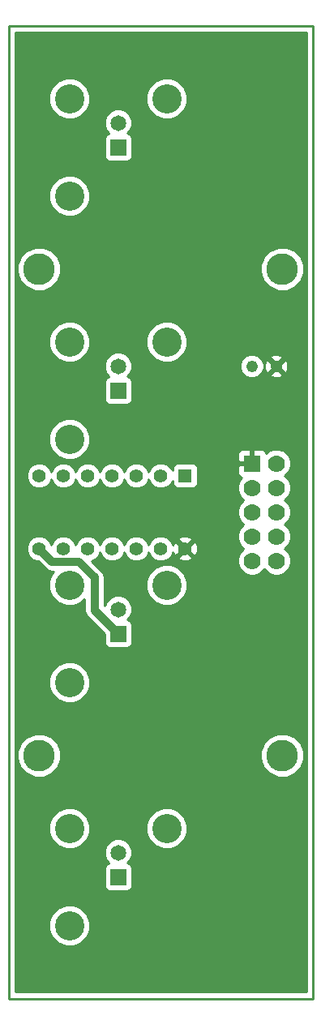
<source format=gtl>
G04 (created by PCBNEW-RS274X (20100406 SVN-R2509)-final) date Thu 17 Jun 2010 02:36:26 PM PDT*
G01*
G70*
G90*
%MOIN*%
G04 Gerber Fmt 3.4, Leading zero omitted, Abs format*
%FSLAX34Y34*%
G04 APERTURE LIST*
%ADD10C,0.001000*%
%ADD11C,0.009000*%
%ADD12C,0.120000*%
%ADD13R,0.065000X0.065000*%
%ADD14C,0.065000*%
%ADD15R,0.055000X0.055000*%
%ADD16C,0.055000*%
%ADD17C,0.049000*%
%ADD18R,0.070000X0.070000*%
%ADD19C,0.070000*%
%ADD20C,0.130000*%
%ADD21C,0.032000*%
%ADD22C,0.010000*%
G04 APERTURE END LIST*
G54D10*
G54D11*
X62750Y-22000D02*
X50250Y-22000D01*
X62750Y-62000D02*
X62750Y-22000D01*
X50250Y-62000D02*
X62750Y-62000D01*
X50250Y-22000D02*
X50250Y-62000D01*
G54D12*
X52750Y-55000D03*
X52750Y-59000D03*
G54D13*
X54750Y-57000D03*
G54D14*
X54750Y-56000D03*
G54D12*
X56750Y-55000D03*
X52750Y-45000D03*
X52750Y-49000D03*
G54D13*
X54750Y-47000D03*
G54D14*
X54750Y-46000D03*
G54D12*
X56750Y-45000D03*
X52750Y-35000D03*
X52750Y-39000D03*
G54D13*
X54750Y-37000D03*
G54D14*
X54750Y-36000D03*
G54D12*
X56750Y-35000D03*
X52750Y-25000D03*
X52750Y-29000D03*
G54D13*
X54750Y-27000D03*
G54D14*
X54750Y-26000D03*
G54D12*
X56750Y-25000D03*
G54D15*
X57500Y-40500D03*
G54D16*
X56500Y-40500D03*
X55500Y-40500D03*
X54500Y-40500D03*
X53500Y-40500D03*
X52500Y-40500D03*
X51500Y-40500D03*
X51500Y-43500D03*
X52500Y-43500D03*
X53500Y-43500D03*
X54500Y-43500D03*
X55500Y-43500D03*
X56500Y-43500D03*
X57500Y-43500D03*
G54D17*
X61250Y-36000D03*
X60250Y-36000D03*
G54D18*
X60250Y-40000D03*
G54D19*
X61250Y-40000D03*
X60250Y-41000D03*
X61250Y-41000D03*
X60250Y-42000D03*
X61250Y-42000D03*
X60250Y-43000D03*
X61250Y-43000D03*
X60250Y-44000D03*
X61250Y-44000D03*
G54D20*
X51500Y-32000D03*
X61500Y-32000D03*
X51500Y-52000D03*
X61500Y-52000D03*
G54D21*
X53782Y-46032D02*
X54750Y-47000D01*
X53782Y-44692D02*
X53782Y-46032D01*
X53129Y-44039D02*
X53782Y-44692D01*
X52039Y-44039D02*
X53129Y-44039D01*
X51500Y-43500D02*
X52039Y-44039D01*
G54D22*
X50525Y-22275D02*
X62475Y-22275D01*
X50525Y-22355D02*
X62475Y-22355D01*
X50525Y-22435D02*
X62475Y-22435D01*
X50525Y-22515D02*
X62475Y-22515D01*
X50525Y-22595D02*
X62475Y-22595D01*
X50525Y-22675D02*
X62475Y-22675D01*
X50525Y-22755D02*
X62475Y-22755D01*
X50525Y-22835D02*
X62475Y-22835D01*
X50525Y-22915D02*
X62475Y-22915D01*
X50525Y-22995D02*
X62475Y-22995D01*
X50525Y-23075D02*
X62475Y-23075D01*
X50525Y-23155D02*
X62475Y-23155D01*
X50525Y-23235D02*
X62475Y-23235D01*
X50525Y-23315D02*
X62475Y-23315D01*
X50525Y-23395D02*
X62475Y-23395D01*
X50525Y-23475D02*
X62475Y-23475D01*
X50525Y-23555D02*
X62475Y-23555D01*
X50525Y-23635D02*
X62475Y-23635D01*
X50525Y-23715D02*
X62475Y-23715D01*
X50525Y-23795D02*
X62475Y-23795D01*
X50525Y-23875D02*
X62475Y-23875D01*
X50525Y-23955D02*
X62475Y-23955D01*
X50525Y-24035D02*
X62475Y-24035D01*
X50525Y-24115D02*
X62475Y-24115D01*
X50525Y-24195D02*
X52474Y-24195D01*
X53028Y-24195D02*
X56474Y-24195D01*
X57028Y-24195D02*
X62475Y-24195D01*
X50525Y-24275D02*
X52280Y-24275D01*
X53220Y-24275D02*
X56280Y-24275D01*
X57220Y-24275D02*
X62475Y-24275D01*
X50525Y-24355D02*
X52194Y-24355D01*
X53307Y-24355D02*
X56194Y-24355D01*
X57307Y-24355D02*
X62475Y-24355D01*
X50525Y-24435D02*
X52114Y-24435D01*
X53387Y-24435D02*
X56114Y-24435D01*
X57387Y-24435D02*
X62475Y-24435D01*
X50525Y-24515D02*
X52034Y-24515D01*
X53467Y-24515D02*
X56034Y-24515D01*
X57467Y-24515D02*
X62475Y-24515D01*
X50525Y-24595D02*
X51998Y-24595D01*
X53503Y-24595D02*
X55998Y-24595D01*
X57503Y-24595D02*
X62475Y-24595D01*
X50525Y-24675D02*
X51965Y-24675D01*
X53536Y-24675D02*
X55965Y-24675D01*
X57536Y-24675D02*
X62475Y-24675D01*
X50525Y-24755D02*
X51932Y-24755D01*
X53569Y-24755D02*
X55932Y-24755D01*
X57569Y-24755D02*
X62475Y-24755D01*
X50525Y-24835D02*
X51900Y-24835D01*
X53600Y-24835D02*
X55900Y-24835D01*
X57600Y-24835D02*
X62475Y-24835D01*
X50525Y-24915D02*
X51900Y-24915D01*
X53600Y-24915D02*
X55900Y-24915D01*
X57600Y-24915D02*
X62475Y-24915D01*
X50525Y-24995D02*
X51900Y-24995D01*
X53600Y-24995D02*
X55900Y-24995D01*
X57600Y-24995D02*
X62475Y-24995D01*
X50525Y-25075D02*
X51900Y-25075D01*
X53600Y-25075D02*
X55900Y-25075D01*
X57600Y-25075D02*
X62475Y-25075D01*
X50525Y-25155D02*
X51900Y-25155D01*
X53600Y-25155D02*
X55900Y-25155D01*
X57600Y-25155D02*
X62475Y-25155D01*
X50525Y-25235D02*
X51927Y-25235D01*
X53572Y-25235D02*
X55927Y-25235D01*
X57572Y-25235D02*
X62475Y-25235D01*
X50525Y-25315D02*
X51960Y-25315D01*
X53539Y-25315D02*
X55960Y-25315D01*
X57539Y-25315D02*
X62475Y-25315D01*
X50525Y-25395D02*
X51993Y-25395D01*
X53506Y-25395D02*
X55993Y-25395D01*
X57506Y-25395D02*
X62475Y-25395D01*
X50525Y-25475D02*
X52026Y-25475D01*
X53472Y-25475D02*
X54515Y-25475D01*
X54985Y-25475D02*
X56026Y-25475D01*
X57472Y-25475D02*
X62475Y-25475D01*
X50525Y-25555D02*
X52103Y-25555D01*
X53396Y-25555D02*
X54382Y-25555D01*
X55118Y-25555D02*
X56103Y-25555D01*
X57396Y-25555D02*
X62475Y-25555D01*
X50525Y-25635D02*
X52183Y-25635D01*
X53316Y-25635D02*
X54302Y-25635D01*
X55198Y-25635D02*
X56183Y-25635D01*
X57316Y-25635D02*
X62475Y-25635D01*
X50525Y-25715D02*
X52263Y-25715D01*
X53236Y-25715D02*
X54246Y-25715D01*
X55255Y-25715D02*
X56263Y-25715D01*
X57236Y-25715D02*
X62475Y-25715D01*
X50525Y-25795D02*
X52448Y-25795D01*
X53051Y-25795D02*
X54213Y-25795D01*
X55288Y-25795D02*
X56448Y-25795D01*
X57051Y-25795D02*
X62475Y-25795D01*
X50525Y-25875D02*
X54180Y-25875D01*
X55321Y-25875D02*
X62475Y-25875D01*
X50525Y-25955D02*
X54175Y-25955D01*
X55325Y-25955D02*
X62475Y-25955D01*
X50525Y-26035D02*
X54175Y-26035D01*
X55325Y-26035D02*
X62475Y-26035D01*
X50525Y-26115D02*
X54175Y-26115D01*
X55325Y-26115D02*
X62475Y-26115D01*
X50525Y-26195D02*
X54208Y-26195D01*
X55291Y-26195D02*
X62475Y-26195D01*
X50525Y-26275D02*
X54241Y-26275D01*
X55258Y-26275D02*
X62475Y-26275D01*
X50525Y-26355D02*
X54292Y-26355D01*
X55207Y-26355D02*
X62475Y-26355D01*
X50525Y-26435D02*
X54352Y-26435D01*
X55148Y-26435D02*
X62475Y-26435D01*
X50525Y-26515D02*
X54233Y-26515D01*
X55267Y-26515D02*
X62475Y-26515D01*
X50525Y-26595D02*
X54189Y-26595D01*
X55312Y-26595D02*
X62475Y-26595D01*
X50525Y-26675D02*
X54176Y-26675D01*
X55324Y-26675D02*
X62475Y-26675D01*
X50525Y-26755D02*
X54176Y-26755D01*
X55324Y-26755D02*
X62475Y-26755D01*
X50525Y-26835D02*
X54176Y-26835D01*
X55324Y-26835D02*
X62475Y-26835D01*
X50525Y-26915D02*
X54176Y-26915D01*
X55324Y-26915D02*
X62475Y-26915D01*
X50525Y-26995D02*
X54176Y-26995D01*
X55324Y-26995D02*
X62475Y-26995D01*
X50525Y-27075D02*
X54176Y-27075D01*
X55324Y-27075D02*
X62475Y-27075D01*
X50525Y-27155D02*
X54176Y-27155D01*
X55324Y-27155D02*
X62475Y-27155D01*
X50525Y-27235D02*
X54176Y-27235D01*
X55324Y-27235D02*
X62475Y-27235D01*
X50525Y-27315D02*
X54176Y-27315D01*
X55324Y-27315D02*
X62475Y-27315D01*
X50525Y-27395D02*
X54184Y-27395D01*
X55315Y-27395D02*
X62475Y-27395D01*
X50525Y-27475D02*
X54223Y-27475D01*
X55277Y-27475D02*
X62475Y-27475D01*
X50525Y-27555D02*
X54329Y-27555D01*
X55170Y-27555D02*
X62475Y-27555D01*
X50525Y-27635D02*
X62475Y-27635D01*
X50525Y-27715D02*
X62475Y-27715D01*
X50525Y-27795D02*
X62475Y-27795D01*
X50525Y-27875D02*
X62475Y-27875D01*
X50525Y-27955D02*
X62475Y-27955D01*
X50525Y-28035D02*
X62475Y-28035D01*
X50525Y-28115D02*
X62475Y-28115D01*
X50525Y-28195D02*
X52472Y-28195D01*
X53028Y-28195D02*
X62475Y-28195D01*
X50525Y-28275D02*
X52280Y-28275D01*
X53220Y-28275D02*
X62475Y-28275D01*
X50525Y-28355D02*
X52194Y-28355D01*
X53307Y-28355D02*
X62475Y-28355D01*
X50525Y-28435D02*
X52114Y-28435D01*
X53387Y-28435D02*
X62475Y-28435D01*
X50525Y-28515D02*
X52034Y-28515D01*
X53467Y-28515D02*
X62475Y-28515D01*
X50525Y-28595D02*
X51998Y-28595D01*
X53503Y-28595D02*
X62475Y-28595D01*
X50525Y-28675D02*
X51965Y-28675D01*
X53536Y-28675D02*
X62475Y-28675D01*
X50525Y-28755D02*
X51932Y-28755D01*
X53569Y-28755D02*
X62475Y-28755D01*
X50525Y-28835D02*
X51900Y-28835D01*
X53600Y-28835D02*
X62475Y-28835D01*
X50525Y-28915D02*
X51900Y-28915D01*
X53600Y-28915D02*
X62475Y-28915D01*
X50525Y-28995D02*
X51900Y-28995D01*
X53600Y-28995D02*
X62475Y-28995D01*
X50525Y-29075D02*
X51900Y-29075D01*
X53600Y-29075D02*
X62475Y-29075D01*
X50525Y-29155D02*
X51900Y-29155D01*
X53600Y-29155D02*
X62475Y-29155D01*
X50525Y-29235D02*
X51927Y-29235D01*
X53572Y-29235D02*
X62475Y-29235D01*
X50525Y-29315D02*
X51960Y-29315D01*
X53539Y-29315D02*
X62475Y-29315D01*
X50525Y-29395D02*
X51993Y-29395D01*
X53506Y-29395D02*
X62475Y-29395D01*
X50525Y-29475D02*
X52026Y-29475D01*
X53472Y-29475D02*
X62475Y-29475D01*
X50525Y-29555D02*
X52103Y-29555D01*
X53396Y-29555D02*
X62475Y-29555D01*
X50525Y-29635D02*
X52183Y-29635D01*
X53316Y-29635D02*
X62475Y-29635D01*
X50525Y-29715D02*
X52263Y-29715D01*
X53236Y-29715D02*
X62475Y-29715D01*
X50525Y-29795D02*
X52448Y-29795D01*
X53051Y-29795D02*
X62475Y-29795D01*
X50525Y-29875D02*
X62475Y-29875D01*
X50525Y-29955D02*
X62475Y-29955D01*
X50525Y-30035D02*
X62475Y-30035D01*
X50525Y-30115D02*
X62475Y-30115D01*
X50525Y-30195D02*
X62475Y-30195D01*
X50525Y-30275D02*
X62475Y-30275D01*
X50525Y-30355D02*
X62475Y-30355D01*
X50525Y-30435D02*
X62475Y-30435D01*
X50525Y-30515D02*
X62475Y-30515D01*
X50525Y-30595D02*
X62475Y-30595D01*
X50525Y-30675D02*
X62475Y-30675D01*
X50525Y-30755D02*
X62475Y-30755D01*
X50525Y-30835D02*
X62475Y-30835D01*
X50525Y-30915D02*
X62475Y-30915D01*
X50525Y-30995D02*
X62475Y-30995D01*
X50525Y-31075D02*
X62475Y-31075D01*
X50525Y-31155D02*
X51190Y-31155D01*
X51812Y-31155D02*
X61190Y-31155D01*
X61812Y-31155D02*
X62475Y-31155D01*
X50525Y-31235D02*
X50996Y-31235D01*
X52004Y-31235D02*
X60996Y-31235D01*
X62004Y-31235D02*
X62475Y-31235D01*
X50525Y-31315D02*
X50913Y-31315D01*
X52088Y-31315D02*
X60913Y-31315D01*
X62088Y-31315D02*
X62475Y-31315D01*
X50525Y-31395D02*
X50833Y-31395D01*
X52168Y-31395D02*
X60833Y-31395D01*
X62168Y-31395D02*
X62475Y-31395D01*
X50525Y-31475D02*
X50753Y-31475D01*
X52248Y-31475D02*
X60753Y-31475D01*
X62248Y-31475D02*
X62475Y-31475D01*
X50525Y-31555D02*
X50711Y-31555D01*
X52290Y-31555D02*
X60711Y-31555D01*
X62290Y-31555D02*
X62475Y-31555D01*
X50525Y-31635D02*
X50678Y-31635D01*
X52323Y-31635D02*
X60678Y-31635D01*
X62323Y-31635D02*
X62475Y-31635D01*
X50525Y-31715D02*
X50644Y-31715D01*
X52356Y-31715D02*
X60644Y-31715D01*
X62356Y-31715D02*
X62475Y-31715D01*
X50525Y-31795D02*
X50611Y-31795D01*
X52389Y-31795D02*
X60611Y-31795D01*
X62389Y-31795D02*
X62475Y-31795D01*
X50525Y-31875D02*
X50600Y-31875D01*
X52400Y-31875D02*
X60600Y-31875D01*
X62400Y-31875D02*
X62475Y-31875D01*
X50525Y-31955D02*
X50600Y-31955D01*
X52400Y-31955D02*
X60600Y-31955D01*
X62400Y-31955D02*
X62475Y-31955D01*
X50525Y-32035D02*
X50600Y-32035D01*
X52400Y-32035D02*
X60600Y-32035D01*
X62400Y-32035D02*
X62475Y-32035D01*
X50525Y-32115D02*
X50600Y-32115D01*
X52400Y-32115D02*
X60600Y-32115D01*
X62400Y-32115D02*
X62475Y-32115D01*
X50525Y-32195D02*
X50607Y-32195D01*
X52393Y-32195D02*
X60607Y-32195D01*
X62393Y-32195D02*
X62475Y-32195D01*
X50525Y-32275D02*
X50640Y-32275D01*
X52360Y-32275D02*
X60640Y-32275D01*
X62360Y-32275D02*
X62475Y-32275D01*
X50525Y-32355D02*
X50673Y-32355D01*
X52327Y-32355D02*
X60673Y-32355D01*
X62327Y-32355D02*
X62475Y-32355D01*
X50525Y-32435D02*
X50706Y-32435D01*
X52293Y-32435D02*
X60706Y-32435D01*
X62293Y-32435D02*
X62475Y-32435D01*
X50525Y-32515D02*
X50742Y-32515D01*
X52257Y-32515D02*
X60742Y-32515D01*
X62257Y-32515D02*
X62475Y-32515D01*
X50525Y-32595D02*
X50822Y-32595D01*
X52177Y-32595D02*
X60822Y-32595D01*
X62177Y-32595D02*
X62475Y-32595D01*
X50525Y-32675D02*
X50902Y-32675D01*
X52097Y-32675D02*
X60902Y-32675D01*
X62097Y-32675D02*
X62475Y-32675D01*
X50525Y-32755D02*
X50982Y-32755D01*
X52017Y-32755D02*
X60982Y-32755D01*
X62017Y-32755D02*
X62475Y-32755D01*
X50525Y-32835D02*
X51164Y-32835D01*
X51835Y-32835D02*
X61164Y-32835D01*
X61835Y-32835D02*
X62475Y-32835D01*
X50525Y-32915D02*
X62475Y-32915D01*
X50525Y-32995D02*
X62475Y-32995D01*
X50525Y-33075D02*
X62475Y-33075D01*
X50525Y-33155D02*
X62475Y-33155D01*
X50525Y-33235D02*
X62475Y-33235D01*
X50525Y-33315D02*
X62475Y-33315D01*
X50525Y-33395D02*
X62475Y-33395D01*
X50525Y-33475D02*
X62475Y-33475D01*
X50525Y-33555D02*
X62475Y-33555D01*
X50525Y-33635D02*
X62475Y-33635D01*
X50525Y-33715D02*
X62475Y-33715D01*
X50525Y-33795D02*
X62475Y-33795D01*
X50525Y-33875D02*
X62475Y-33875D01*
X50525Y-33955D02*
X62475Y-33955D01*
X50525Y-34035D02*
X62475Y-34035D01*
X50525Y-34115D02*
X62475Y-34115D01*
X50525Y-34195D02*
X52472Y-34195D01*
X53028Y-34195D02*
X56472Y-34195D01*
X57028Y-34195D02*
X62475Y-34195D01*
X50525Y-34275D02*
X52280Y-34275D01*
X53220Y-34275D02*
X56280Y-34275D01*
X57220Y-34275D02*
X62475Y-34275D01*
X50525Y-34355D02*
X52194Y-34355D01*
X53307Y-34355D02*
X56194Y-34355D01*
X57307Y-34355D02*
X62475Y-34355D01*
X50525Y-34435D02*
X52114Y-34435D01*
X53387Y-34435D02*
X56114Y-34435D01*
X57387Y-34435D02*
X62475Y-34435D01*
X50525Y-34515D02*
X52034Y-34515D01*
X53467Y-34515D02*
X56034Y-34515D01*
X57467Y-34515D02*
X62475Y-34515D01*
X50525Y-34595D02*
X51998Y-34595D01*
X53503Y-34595D02*
X55998Y-34595D01*
X57503Y-34595D02*
X62475Y-34595D01*
X50525Y-34675D02*
X51965Y-34675D01*
X53536Y-34675D02*
X55965Y-34675D01*
X57536Y-34675D02*
X62475Y-34675D01*
X50525Y-34755D02*
X51932Y-34755D01*
X53569Y-34755D02*
X55932Y-34755D01*
X57569Y-34755D02*
X62475Y-34755D01*
X50525Y-34835D02*
X51900Y-34835D01*
X53600Y-34835D02*
X55900Y-34835D01*
X57600Y-34835D02*
X62475Y-34835D01*
X50525Y-34915D02*
X51900Y-34915D01*
X53600Y-34915D02*
X55900Y-34915D01*
X57600Y-34915D02*
X62475Y-34915D01*
X50525Y-34995D02*
X51900Y-34995D01*
X53600Y-34995D02*
X55900Y-34995D01*
X57600Y-34995D02*
X62475Y-34995D01*
X50525Y-35075D02*
X51900Y-35075D01*
X53600Y-35075D02*
X55900Y-35075D01*
X57600Y-35075D02*
X62475Y-35075D01*
X50525Y-35155D02*
X51900Y-35155D01*
X53600Y-35155D02*
X55900Y-35155D01*
X57600Y-35155D02*
X62475Y-35155D01*
X50525Y-35235D02*
X51927Y-35235D01*
X53572Y-35235D02*
X55927Y-35235D01*
X57572Y-35235D02*
X62475Y-35235D01*
X50525Y-35315D02*
X51960Y-35315D01*
X53539Y-35315D02*
X55960Y-35315D01*
X57539Y-35315D02*
X62475Y-35315D01*
X50525Y-35395D02*
X51993Y-35395D01*
X53506Y-35395D02*
X55993Y-35395D01*
X57506Y-35395D02*
X62475Y-35395D01*
X50525Y-35475D02*
X52026Y-35475D01*
X53472Y-35475D02*
X54515Y-35475D01*
X54985Y-35475D02*
X56026Y-35475D01*
X57472Y-35475D02*
X62475Y-35475D01*
X50525Y-35555D02*
X52103Y-35555D01*
X53396Y-35555D02*
X54382Y-35555D01*
X55118Y-35555D02*
X56103Y-35555D01*
X57396Y-35555D02*
X60034Y-35555D01*
X60468Y-35555D02*
X61045Y-35555D01*
X61447Y-35555D02*
X62475Y-35555D01*
X50525Y-35635D02*
X52183Y-35635D01*
X53316Y-35635D02*
X54302Y-35635D01*
X55198Y-35635D02*
X56183Y-35635D01*
X57316Y-35635D02*
X59916Y-35635D01*
X60584Y-35635D02*
X60987Y-35635D01*
X61514Y-35635D02*
X62475Y-35635D01*
X50525Y-35715D02*
X52263Y-35715D01*
X53236Y-35715D02*
X54246Y-35715D01*
X55255Y-35715D02*
X56263Y-35715D01*
X57236Y-35715D02*
X59836Y-35715D01*
X60664Y-35715D02*
X61035Y-35715D01*
X61464Y-35715D02*
X62475Y-35715D01*
X50525Y-35795D02*
X52448Y-35795D01*
X53051Y-35795D02*
X54213Y-35795D01*
X55288Y-35795D02*
X56448Y-35795D01*
X57051Y-35795D02*
X59800Y-35795D01*
X60700Y-35795D02*
X60809Y-35795D01*
X60975Y-35795D02*
X61115Y-35795D01*
X61384Y-35795D02*
X61526Y-35795D01*
X61696Y-35795D02*
X62475Y-35795D01*
X50525Y-35875D02*
X54180Y-35875D01*
X55321Y-35875D02*
X59767Y-35875D01*
X60733Y-35875D02*
X60781Y-35875D01*
X61055Y-35875D02*
X61195Y-35875D01*
X61304Y-35875D02*
X61446Y-35875D01*
X61729Y-35875D02*
X62475Y-35875D01*
X50525Y-35955D02*
X54175Y-35955D01*
X55325Y-35955D02*
X59756Y-35955D01*
X60744Y-35955D02*
X60762Y-35955D01*
X61135Y-35955D02*
X61366Y-35955D01*
X61733Y-35955D02*
X62475Y-35955D01*
X50525Y-36035D02*
X54175Y-36035D01*
X55325Y-36035D02*
X59756Y-36035D01*
X60744Y-36035D02*
X60766Y-36035D01*
X61144Y-36035D02*
X61355Y-36035D01*
X61738Y-36035D02*
X62475Y-36035D01*
X50525Y-36115D02*
X54175Y-36115D01*
X55325Y-36115D02*
X59763Y-36115D01*
X60737Y-36115D02*
X60771Y-36115D01*
X61064Y-36115D02*
X61206Y-36115D01*
X61295Y-36115D02*
X61435Y-36115D01*
X61722Y-36115D02*
X62475Y-36115D01*
X50525Y-36195D02*
X54208Y-36195D01*
X55291Y-36195D02*
X59795Y-36195D01*
X60704Y-36195D02*
X60800Y-36195D01*
X60984Y-36195D02*
X61126Y-36195D01*
X61375Y-36195D02*
X61515Y-36195D01*
X61695Y-36195D02*
X62475Y-36195D01*
X50525Y-36275D02*
X54241Y-36275D01*
X55258Y-36275D02*
X59828Y-36275D01*
X60671Y-36275D02*
X61046Y-36275D01*
X61455Y-36275D02*
X62475Y-36275D01*
X50525Y-36355D02*
X54292Y-36355D01*
X55207Y-36355D02*
X59906Y-36355D01*
X60594Y-36355D02*
X60984Y-36355D01*
X61515Y-36355D02*
X62475Y-36355D01*
X50525Y-36435D02*
X54352Y-36435D01*
X55148Y-36435D02*
X60008Y-36435D01*
X60491Y-36435D02*
X61024Y-36435D01*
X61479Y-36435D02*
X62475Y-36435D01*
X50525Y-36515D02*
X54233Y-36515D01*
X55267Y-36515D02*
X62475Y-36515D01*
X50525Y-36595D02*
X54189Y-36595D01*
X55312Y-36595D02*
X62475Y-36595D01*
X50525Y-36675D02*
X54176Y-36675D01*
X55324Y-36675D02*
X62475Y-36675D01*
X50525Y-36755D02*
X54176Y-36755D01*
X55324Y-36755D02*
X62475Y-36755D01*
X50525Y-36835D02*
X54176Y-36835D01*
X55324Y-36835D02*
X62475Y-36835D01*
X50525Y-36915D02*
X54176Y-36915D01*
X55324Y-36915D02*
X62475Y-36915D01*
X50525Y-36995D02*
X54176Y-36995D01*
X55324Y-36995D02*
X62475Y-36995D01*
X50525Y-37075D02*
X54176Y-37075D01*
X55324Y-37075D02*
X62475Y-37075D01*
X50525Y-37155D02*
X54176Y-37155D01*
X55324Y-37155D02*
X62475Y-37155D01*
X50525Y-37235D02*
X54176Y-37235D01*
X55324Y-37235D02*
X62475Y-37235D01*
X50525Y-37315D02*
X54176Y-37315D01*
X55324Y-37315D02*
X62475Y-37315D01*
X50525Y-37395D02*
X54184Y-37395D01*
X55315Y-37395D02*
X62475Y-37395D01*
X50525Y-37475D02*
X54223Y-37475D01*
X55277Y-37475D02*
X62475Y-37475D01*
X50525Y-37555D02*
X54329Y-37555D01*
X55170Y-37555D02*
X62475Y-37555D01*
X50525Y-37635D02*
X62475Y-37635D01*
X50525Y-37715D02*
X62475Y-37715D01*
X50525Y-37795D02*
X62475Y-37795D01*
X50525Y-37875D02*
X62475Y-37875D01*
X50525Y-37955D02*
X62475Y-37955D01*
X50525Y-38035D02*
X62475Y-38035D01*
X50525Y-38115D02*
X62475Y-38115D01*
X50525Y-38195D02*
X52472Y-38195D01*
X53028Y-38195D02*
X62475Y-38195D01*
X50525Y-38275D02*
X52280Y-38275D01*
X53220Y-38275D02*
X62475Y-38275D01*
X50525Y-38355D02*
X52194Y-38355D01*
X53307Y-38355D02*
X62475Y-38355D01*
X50525Y-38435D02*
X52114Y-38435D01*
X53387Y-38435D02*
X62475Y-38435D01*
X50525Y-38515D02*
X52034Y-38515D01*
X53467Y-38515D02*
X62475Y-38515D01*
X50525Y-38595D02*
X51998Y-38595D01*
X53503Y-38595D02*
X62475Y-38595D01*
X50525Y-38675D02*
X51965Y-38675D01*
X53536Y-38675D02*
X62475Y-38675D01*
X50525Y-38755D02*
X51932Y-38755D01*
X53569Y-38755D02*
X62475Y-38755D01*
X50525Y-38835D02*
X51900Y-38835D01*
X53600Y-38835D02*
X62475Y-38835D01*
X50525Y-38915D02*
X51900Y-38915D01*
X53600Y-38915D02*
X62475Y-38915D01*
X50525Y-38995D02*
X51900Y-38995D01*
X53600Y-38995D02*
X62475Y-38995D01*
X50525Y-39075D02*
X51900Y-39075D01*
X53600Y-39075D02*
X62475Y-39075D01*
X50525Y-39155D02*
X51900Y-39155D01*
X53600Y-39155D02*
X62475Y-39155D01*
X50525Y-39235D02*
X51927Y-39235D01*
X53572Y-39235D02*
X62475Y-39235D01*
X50525Y-39315D02*
X51960Y-39315D01*
X53539Y-39315D02*
X62475Y-39315D01*
X50525Y-39395D02*
X51993Y-39395D01*
X53506Y-39395D02*
X62475Y-39395D01*
X50525Y-39475D02*
X52026Y-39475D01*
X53472Y-39475D02*
X59723Y-39475D01*
X60200Y-39475D02*
X60300Y-39475D01*
X60777Y-39475D02*
X60953Y-39475D01*
X61548Y-39475D02*
X62475Y-39475D01*
X50525Y-39555D02*
X52103Y-39555D01*
X53396Y-39555D02*
X59670Y-39555D01*
X60200Y-39555D02*
X60300Y-39555D01*
X60831Y-39555D02*
X60848Y-39555D01*
X61652Y-39555D02*
X62475Y-39555D01*
X50525Y-39635D02*
X52183Y-39635D01*
X53316Y-39635D02*
X59651Y-39635D01*
X60200Y-39635D02*
X60300Y-39635D01*
X61732Y-39635D02*
X62475Y-39635D01*
X50525Y-39715D02*
X52263Y-39715D01*
X53236Y-39715D02*
X59651Y-39715D01*
X60200Y-39715D02*
X60300Y-39715D01*
X61781Y-39715D02*
X62475Y-39715D01*
X50525Y-39795D02*
X52448Y-39795D01*
X53051Y-39795D02*
X59651Y-39795D01*
X60200Y-39795D02*
X60300Y-39795D01*
X61814Y-39795D02*
X62475Y-39795D01*
X50525Y-39875D02*
X59651Y-39875D01*
X60200Y-39875D02*
X60300Y-39875D01*
X61847Y-39875D02*
X62475Y-39875D01*
X50525Y-39955D02*
X60300Y-39955D01*
X61849Y-39955D02*
X62475Y-39955D01*
X50525Y-40035D02*
X51251Y-40035D01*
X51750Y-40035D02*
X52252Y-40035D01*
X52750Y-40035D02*
X53252Y-40035D01*
X53750Y-40035D02*
X54251Y-40035D01*
X54750Y-40035D02*
X55252Y-40035D01*
X55750Y-40035D02*
X56252Y-40035D01*
X56750Y-40035D02*
X57063Y-40035D01*
X57937Y-40035D02*
X60300Y-40035D01*
X61849Y-40035D02*
X62475Y-40035D01*
X50525Y-40115D02*
X51143Y-40115D01*
X51858Y-40115D02*
X52143Y-40115D01*
X52858Y-40115D02*
X53143Y-40115D01*
X53858Y-40115D02*
X54143Y-40115D01*
X54858Y-40115D02*
X55143Y-40115D01*
X55858Y-40115D02*
X56143Y-40115D01*
X56858Y-40115D02*
X57002Y-40115D01*
X57999Y-40115D02*
X59650Y-40115D01*
X61849Y-40115D02*
X62475Y-40115D01*
X50525Y-40195D02*
X51063Y-40195D01*
X51938Y-40195D02*
X52063Y-40195D01*
X52938Y-40195D02*
X53063Y-40195D01*
X53938Y-40195D02*
X54063Y-40195D01*
X54938Y-40195D02*
X55063Y-40195D01*
X55938Y-40195D02*
X56063Y-40195D01*
X56938Y-40195D02*
X56976Y-40195D01*
X58024Y-40195D02*
X59650Y-40195D01*
X61817Y-40195D02*
X62475Y-40195D01*
X50525Y-40275D02*
X51025Y-40275D01*
X51975Y-40275D02*
X52025Y-40275D01*
X52975Y-40275D02*
X53025Y-40275D01*
X53975Y-40275D02*
X54025Y-40275D01*
X54975Y-40275D02*
X55025Y-40275D01*
X55975Y-40275D02*
X56025Y-40275D01*
X56976Y-40275D02*
X56976Y-40275D01*
X58024Y-40275D02*
X59650Y-40275D01*
X61784Y-40275D02*
X62475Y-40275D01*
X50525Y-40355D02*
X50992Y-40355D01*
X58024Y-40355D02*
X59650Y-40355D01*
X61741Y-40355D02*
X62475Y-40355D01*
X50525Y-40435D02*
X50975Y-40435D01*
X58024Y-40435D02*
X59665Y-40435D01*
X61660Y-40435D02*
X62475Y-40435D01*
X50525Y-40515D02*
X50975Y-40515D01*
X58024Y-40515D02*
X59713Y-40515D01*
X61612Y-40515D02*
X62475Y-40515D01*
X50525Y-40595D02*
X50975Y-40595D01*
X58024Y-40595D02*
X59808Y-40595D01*
X61692Y-40595D02*
X62475Y-40595D01*
X50525Y-40675D02*
X51004Y-40675D01*
X51995Y-40675D02*
X52004Y-40675D01*
X52995Y-40675D02*
X53004Y-40675D01*
X53995Y-40675D02*
X54004Y-40675D01*
X54995Y-40675D02*
X55004Y-40675D01*
X55995Y-40675D02*
X56004Y-40675D01*
X58024Y-40675D02*
X59737Y-40675D01*
X61764Y-40675D02*
X62475Y-40675D01*
X50525Y-40755D02*
X51037Y-40755D01*
X51962Y-40755D02*
X52037Y-40755D01*
X52962Y-40755D02*
X53037Y-40755D01*
X53962Y-40755D02*
X54037Y-40755D01*
X54962Y-40755D02*
X55037Y-40755D01*
X55962Y-40755D02*
X56037Y-40755D01*
X56962Y-40755D02*
X56976Y-40755D01*
X58024Y-40755D02*
X59704Y-40755D01*
X61797Y-40755D02*
X62475Y-40755D01*
X50525Y-40835D02*
X51092Y-40835D01*
X51907Y-40835D02*
X52092Y-40835D01*
X52907Y-40835D02*
X53092Y-40835D01*
X53907Y-40835D02*
X54092Y-40835D01*
X54907Y-40835D02*
X55092Y-40835D01*
X55907Y-40835D02*
X56092Y-40835D01*
X56907Y-40835D02*
X56980Y-40835D01*
X58019Y-40835D02*
X59671Y-40835D01*
X61830Y-40835D02*
X62475Y-40835D01*
X50525Y-40915D02*
X51172Y-40915D01*
X51827Y-40915D02*
X52172Y-40915D01*
X52827Y-40915D02*
X53172Y-40915D01*
X53827Y-40915D02*
X54172Y-40915D01*
X54827Y-40915D02*
X55172Y-40915D01*
X55827Y-40915D02*
X56172Y-40915D01*
X56827Y-40915D02*
X57013Y-40915D01*
X57986Y-40915D02*
X59651Y-40915D01*
X61849Y-40915D02*
X62475Y-40915D01*
X50525Y-40995D02*
X51322Y-40995D01*
X51676Y-40995D02*
X52322Y-40995D01*
X52676Y-40995D02*
X53322Y-40995D01*
X53676Y-40995D02*
X54322Y-40995D01*
X54676Y-40995D02*
X55322Y-40995D01*
X55676Y-40995D02*
X56322Y-40995D01*
X56676Y-40995D02*
X57105Y-40995D01*
X57894Y-40995D02*
X59651Y-40995D01*
X61849Y-40995D02*
X62475Y-40995D01*
X50525Y-41075D02*
X59651Y-41075D01*
X61849Y-41075D02*
X62475Y-41075D01*
X50525Y-41155D02*
X59665Y-41155D01*
X61834Y-41155D02*
X62475Y-41155D01*
X50525Y-41235D02*
X59698Y-41235D01*
X61801Y-41235D02*
X62475Y-41235D01*
X50525Y-41315D02*
X59732Y-41315D01*
X61767Y-41315D02*
X62475Y-41315D01*
X50525Y-41395D02*
X59798Y-41395D01*
X61701Y-41395D02*
X62475Y-41395D01*
X50525Y-41475D02*
X59878Y-41475D01*
X61620Y-41475D02*
X62475Y-41475D01*
X50525Y-41555D02*
X59847Y-41555D01*
X61652Y-41555D02*
X62475Y-41555D01*
X50525Y-41635D02*
X59768Y-41635D01*
X61732Y-41635D02*
X62475Y-41635D01*
X50525Y-41715D02*
X59720Y-41715D01*
X61781Y-41715D02*
X62475Y-41715D01*
X50525Y-41795D02*
X59687Y-41795D01*
X61814Y-41795D02*
X62475Y-41795D01*
X50525Y-41875D02*
X59654Y-41875D01*
X61847Y-41875D02*
X62475Y-41875D01*
X50525Y-41955D02*
X59651Y-41955D01*
X61849Y-41955D02*
X62475Y-41955D01*
X50525Y-42035D02*
X59651Y-42035D01*
X61849Y-42035D02*
X62475Y-42035D01*
X50525Y-42115D02*
X59651Y-42115D01*
X61849Y-42115D02*
X62475Y-42115D01*
X50525Y-42195D02*
X59682Y-42195D01*
X61817Y-42195D02*
X62475Y-42195D01*
X50525Y-42275D02*
X59715Y-42275D01*
X61784Y-42275D02*
X62475Y-42275D01*
X50525Y-42355D02*
X59758Y-42355D01*
X61741Y-42355D02*
X62475Y-42355D01*
X50525Y-42435D02*
X59838Y-42435D01*
X61660Y-42435D02*
X62475Y-42435D01*
X50525Y-42515D02*
X59887Y-42515D01*
X61612Y-42515D02*
X62475Y-42515D01*
X50525Y-42595D02*
X59808Y-42595D01*
X61692Y-42595D02*
X62475Y-42595D01*
X50525Y-42675D02*
X59737Y-42675D01*
X61764Y-42675D02*
X62475Y-42675D01*
X50525Y-42755D02*
X59704Y-42755D01*
X61797Y-42755D02*
X62475Y-42755D01*
X50525Y-42835D02*
X59671Y-42835D01*
X61830Y-42835D02*
X62475Y-42835D01*
X50525Y-42915D02*
X59651Y-42915D01*
X61849Y-42915D02*
X62475Y-42915D01*
X50525Y-42995D02*
X51348Y-42995D01*
X51654Y-42995D02*
X52348Y-42995D01*
X52654Y-42995D02*
X53348Y-42995D01*
X53654Y-42995D02*
X54348Y-42995D01*
X54654Y-42995D02*
X55348Y-42995D01*
X55654Y-42995D02*
X56347Y-42995D01*
X56654Y-42995D02*
X57363Y-42995D01*
X57615Y-42995D02*
X59651Y-42995D01*
X61849Y-42995D02*
X62475Y-42995D01*
X50525Y-43075D02*
X51183Y-43075D01*
X51818Y-43075D02*
X52183Y-43075D01*
X52818Y-43075D02*
X53183Y-43075D01*
X53818Y-43075D02*
X54183Y-43075D01*
X54818Y-43075D02*
X55183Y-43075D01*
X55818Y-43075D02*
X56183Y-43075D01*
X56818Y-43075D02*
X57227Y-43075D01*
X57774Y-43075D02*
X59651Y-43075D01*
X61849Y-43075D02*
X62475Y-43075D01*
X50525Y-43155D02*
X51103Y-43155D01*
X51898Y-43155D02*
X52103Y-43155D01*
X52898Y-43155D02*
X53103Y-43155D01*
X53898Y-43155D02*
X54103Y-43155D01*
X54898Y-43155D02*
X55103Y-43155D01*
X55898Y-43155D02*
X56103Y-43155D01*
X56898Y-43155D02*
X57226Y-43155D01*
X57774Y-43155D02*
X59665Y-43155D01*
X61834Y-43155D02*
X62475Y-43155D01*
X50525Y-43235D02*
X51042Y-43235D01*
X51959Y-43235D02*
X52042Y-43235D01*
X52959Y-43235D02*
X53042Y-43235D01*
X53959Y-43235D02*
X54042Y-43235D01*
X54959Y-43235D02*
X55042Y-43235D01*
X55959Y-43235D02*
X56042Y-43235D01*
X56959Y-43235D02*
X57048Y-43235D01*
X57164Y-43235D02*
X57306Y-43235D01*
X57694Y-43235D02*
X57836Y-43235D01*
X57953Y-43235D02*
X59698Y-43235D01*
X61801Y-43235D02*
X62475Y-43235D01*
X50525Y-43315D02*
X51009Y-43315D01*
X51991Y-43315D02*
X52008Y-43315D01*
X52991Y-43315D02*
X53008Y-43315D01*
X53991Y-43315D02*
X54008Y-43315D01*
X54991Y-43315D02*
X55008Y-43315D01*
X55991Y-43315D02*
X56008Y-43315D01*
X56992Y-43315D02*
X57019Y-43315D01*
X57244Y-43315D02*
X57386Y-43315D01*
X57614Y-43315D02*
X57756Y-43315D01*
X57986Y-43315D02*
X59732Y-43315D01*
X61767Y-43315D02*
X62475Y-43315D01*
X50525Y-43395D02*
X50975Y-43395D01*
X57324Y-43395D02*
X57466Y-43395D01*
X57534Y-43395D02*
X57676Y-43395D01*
X58010Y-43395D02*
X59798Y-43395D01*
X61701Y-43395D02*
X62475Y-43395D01*
X50525Y-43475D02*
X50975Y-43475D01*
X57404Y-43475D02*
X57596Y-43475D01*
X58014Y-43475D02*
X59878Y-43475D01*
X61620Y-43475D02*
X62475Y-43475D01*
X50525Y-43555D02*
X50975Y-43555D01*
X57374Y-43555D02*
X57626Y-43555D01*
X58018Y-43555D02*
X59847Y-43555D01*
X61652Y-43555D02*
X62475Y-43555D01*
X50525Y-43635D02*
X50987Y-43635D01*
X57294Y-43635D02*
X57436Y-43635D01*
X57564Y-43635D02*
X57706Y-43635D01*
X57997Y-43635D02*
X59768Y-43635D01*
X61732Y-43635D02*
X62475Y-43635D01*
X50525Y-43715D02*
X51021Y-43715D01*
X53979Y-43715D02*
X54021Y-43715D01*
X54979Y-43715D02*
X55021Y-43715D01*
X55979Y-43715D02*
X56021Y-43715D01*
X56979Y-43715D02*
X57026Y-43715D01*
X57214Y-43715D02*
X57356Y-43715D01*
X57644Y-43715D02*
X57786Y-43715D01*
X57970Y-43715D02*
X59720Y-43715D01*
X61781Y-43715D02*
X62475Y-43715D01*
X50525Y-43795D02*
X51054Y-43795D01*
X53946Y-43795D02*
X54054Y-43795D01*
X54946Y-43795D02*
X55054Y-43795D01*
X55946Y-43795D02*
X56054Y-43795D01*
X56946Y-43795D02*
X57276Y-43795D01*
X57724Y-43795D02*
X59687Y-43795D01*
X61814Y-43795D02*
X62475Y-43795D01*
X50525Y-43875D02*
X51132Y-43875D01*
X53867Y-43875D02*
X54132Y-43875D01*
X54867Y-43875D02*
X55132Y-43875D01*
X55867Y-43875D02*
X56132Y-43875D01*
X56867Y-43875D02*
X57213Y-43875D01*
X57786Y-43875D02*
X59654Y-43875D01*
X61847Y-43875D02*
X62475Y-43875D01*
X50525Y-43955D02*
X51226Y-43955D01*
X53772Y-43955D02*
X54226Y-43955D01*
X54772Y-43955D02*
X55226Y-43955D01*
X55772Y-43955D02*
X56226Y-43955D01*
X56772Y-43955D02*
X57241Y-43955D01*
X57759Y-43955D02*
X59651Y-43955D01*
X61849Y-43955D02*
X62475Y-43955D01*
X50525Y-44035D02*
X51455Y-44035D01*
X53705Y-44035D02*
X59651Y-44035D01*
X61849Y-44035D02*
X62475Y-44035D01*
X50525Y-44115D02*
X51535Y-44115D01*
X53785Y-44115D02*
X59651Y-44115D01*
X61849Y-44115D02*
X62475Y-44115D01*
X50525Y-44195D02*
X51615Y-44195D01*
X53865Y-44195D02*
X56474Y-44195D01*
X57028Y-44195D02*
X59682Y-44195D01*
X61817Y-44195D02*
X62475Y-44195D01*
X50525Y-44275D02*
X51695Y-44275D01*
X53945Y-44275D02*
X56280Y-44275D01*
X57220Y-44275D02*
X59715Y-44275D01*
X61784Y-44275D02*
X62475Y-44275D01*
X50525Y-44355D02*
X51788Y-44355D01*
X54025Y-44355D02*
X56194Y-44355D01*
X57307Y-44355D02*
X59758Y-44355D01*
X60740Y-44355D02*
X60758Y-44355D01*
X61742Y-44355D02*
X62475Y-44355D01*
X50525Y-44435D02*
X51968Y-44435D01*
X54095Y-44435D02*
X56114Y-44435D01*
X57387Y-44435D02*
X59838Y-44435D01*
X60661Y-44435D02*
X60838Y-44435D01*
X61662Y-44435D02*
X62475Y-44435D01*
X50525Y-44515D02*
X52033Y-44515D01*
X54148Y-44515D02*
X56034Y-44515D01*
X57467Y-44515D02*
X59927Y-44515D01*
X60572Y-44515D02*
X60927Y-44515D01*
X61572Y-44515D02*
X62475Y-44515D01*
X50525Y-44595D02*
X51998Y-44595D01*
X54173Y-44595D02*
X55998Y-44595D01*
X57503Y-44595D02*
X60121Y-44595D01*
X60378Y-44595D02*
X61121Y-44595D01*
X61378Y-44595D02*
X62475Y-44595D01*
X50525Y-44675D02*
X51965Y-44675D01*
X54189Y-44675D02*
X55965Y-44675D01*
X57536Y-44675D02*
X62475Y-44675D01*
X50525Y-44755D02*
X51932Y-44755D01*
X54192Y-44755D02*
X55932Y-44755D01*
X57569Y-44755D02*
X62475Y-44755D01*
X50525Y-44835D02*
X51900Y-44835D01*
X54192Y-44835D02*
X55900Y-44835D01*
X57600Y-44835D02*
X62475Y-44835D01*
X50525Y-44915D02*
X51900Y-44915D01*
X54192Y-44915D02*
X55900Y-44915D01*
X57600Y-44915D02*
X62475Y-44915D01*
X50525Y-44995D02*
X51900Y-44995D01*
X54192Y-44995D02*
X55900Y-44995D01*
X57600Y-44995D02*
X62475Y-44995D01*
X50525Y-45075D02*
X51900Y-45075D01*
X54192Y-45075D02*
X55900Y-45075D01*
X57600Y-45075D02*
X62475Y-45075D01*
X50525Y-45155D02*
X51900Y-45155D01*
X54192Y-45155D02*
X55900Y-45155D01*
X57600Y-45155D02*
X62475Y-45155D01*
X50525Y-45235D02*
X51927Y-45235D01*
X54192Y-45235D02*
X55927Y-45235D01*
X57572Y-45235D02*
X62475Y-45235D01*
X50525Y-45315D02*
X51960Y-45315D01*
X54192Y-45315D02*
X55960Y-45315D01*
X57539Y-45315D02*
X62475Y-45315D01*
X50525Y-45395D02*
X51993Y-45395D01*
X54192Y-45395D02*
X55993Y-45395D01*
X57506Y-45395D02*
X62475Y-45395D01*
X50525Y-45475D02*
X52026Y-45475D01*
X54192Y-45475D02*
X54515Y-45475D01*
X54985Y-45475D02*
X56026Y-45475D01*
X57472Y-45475D02*
X62475Y-45475D01*
X50525Y-45555D02*
X52103Y-45555D01*
X54192Y-45555D02*
X54382Y-45555D01*
X55118Y-45555D02*
X56103Y-45555D01*
X57396Y-45555D02*
X62475Y-45555D01*
X50525Y-45635D02*
X52183Y-45635D01*
X53316Y-45635D02*
X53372Y-45635D01*
X54192Y-45635D02*
X54302Y-45635D01*
X55198Y-45635D02*
X56183Y-45635D01*
X57316Y-45635D02*
X62475Y-45635D01*
X50525Y-45715D02*
X52263Y-45715D01*
X53236Y-45715D02*
X53372Y-45715D01*
X54192Y-45715D02*
X54246Y-45715D01*
X55255Y-45715D02*
X56263Y-45715D01*
X57236Y-45715D02*
X62475Y-45715D01*
X50525Y-45795D02*
X52448Y-45795D01*
X53051Y-45795D02*
X53372Y-45795D01*
X54192Y-45795D02*
X54213Y-45795D01*
X55288Y-45795D02*
X56448Y-45795D01*
X57051Y-45795D02*
X62475Y-45795D01*
X50525Y-45875D02*
X53372Y-45875D01*
X55321Y-45875D02*
X62475Y-45875D01*
X50525Y-45955D02*
X53372Y-45955D01*
X55325Y-45955D02*
X62475Y-45955D01*
X50525Y-46035D02*
X53372Y-46035D01*
X55325Y-46035D02*
X62475Y-46035D01*
X50525Y-46115D02*
X53388Y-46115D01*
X55325Y-46115D02*
X62475Y-46115D01*
X50525Y-46195D02*
X53407Y-46195D01*
X55291Y-46195D02*
X62475Y-46195D01*
X50525Y-46275D02*
X53460Y-46275D01*
X55258Y-46275D02*
X62475Y-46275D01*
X50525Y-46355D02*
X53525Y-46355D01*
X55207Y-46355D02*
X62475Y-46355D01*
X50525Y-46435D02*
X53605Y-46435D01*
X55148Y-46435D02*
X62475Y-46435D01*
X50525Y-46515D02*
X53685Y-46515D01*
X55267Y-46515D02*
X62475Y-46515D01*
X50525Y-46595D02*
X53765Y-46595D01*
X55312Y-46595D02*
X62475Y-46595D01*
X50525Y-46675D02*
X53845Y-46675D01*
X55324Y-46675D02*
X62475Y-46675D01*
X50525Y-46755D02*
X53925Y-46755D01*
X55324Y-46755D02*
X62475Y-46755D01*
X50525Y-46835D02*
X54005Y-46835D01*
X55324Y-46835D02*
X62475Y-46835D01*
X50525Y-46915D02*
X54085Y-46915D01*
X55324Y-46915D02*
X62475Y-46915D01*
X50525Y-46995D02*
X54165Y-46995D01*
X55324Y-46995D02*
X62475Y-46995D01*
X50525Y-47075D02*
X54176Y-47075D01*
X55324Y-47075D02*
X62475Y-47075D01*
X50525Y-47155D02*
X54176Y-47155D01*
X55324Y-47155D02*
X62475Y-47155D01*
X50525Y-47235D02*
X54176Y-47235D01*
X55324Y-47235D02*
X62475Y-47235D01*
X50525Y-47315D02*
X54176Y-47315D01*
X55324Y-47315D02*
X62475Y-47315D01*
X50525Y-47395D02*
X54184Y-47395D01*
X55315Y-47395D02*
X62475Y-47395D01*
X50525Y-47475D02*
X54223Y-47475D01*
X55277Y-47475D02*
X62475Y-47475D01*
X50525Y-47555D02*
X54329Y-47555D01*
X55170Y-47555D02*
X62475Y-47555D01*
X50525Y-47635D02*
X62475Y-47635D01*
X50525Y-47715D02*
X62475Y-47715D01*
X50525Y-47795D02*
X62475Y-47795D01*
X50525Y-47875D02*
X62475Y-47875D01*
X50525Y-47955D02*
X62475Y-47955D01*
X50525Y-48035D02*
X62475Y-48035D01*
X50525Y-48115D02*
X62475Y-48115D01*
X50525Y-48195D02*
X52474Y-48195D01*
X53028Y-48195D02*
X62475Y-48195D01*
X50525Y-48275D02*
X52280Y-48275D01*
X53220Y-48275D02*
X62475Y-48275D01*
X50525Y-48355D02*
X52194Y-48355D01*
X53307Y-48355D02*
X62475Y-48355D01*
X50525Y-48435D02*
X52114Y-48435D01*
X53387Y-48435D02*
X62475Y-48435D01*
X50525Y-48515D02*
X52034Y-48515D01*
X53467Y-48515D02*
X62475Y-48515D01*
X50525Y-48595D02*
X51998Y-48595D01*
X53503Y-48595D02*
X62475Y-48595D01*
X50525Y-48675D02*
X51965Y-48675D01*
X53536Y-48675D02*
X62475Y-48675D01*
X50525Y-48755D02*
X51932Y-48755D01*
X53569Y-48755D02*
X62475Y-48755D01*
X50525Y-48835D02*
X51900Y-48835D01*
X53600Y-48835D02*
X62475Y-48835D01*
X50525Y-48915D02*
X51900Y-48915D01*
X53600Y-48915D02*
X62475Y-48915D01*
X50525Y-48995D02*
X51900Y-48995D01*
X53600Y-48995D02*
X62475Y-48995D01*
X50525Y-49075D02*
X51900Y-49075D01*
X53600Y-49075D02*
X62475Y-49075D01*
X50525Y-49155D02*
X51900Y-49155D01*
X53600Y-49155D02*
X62475Y-49155D01*
X50525Y-49235D02*
X51927Y-49235D01*
X53572Y-49235D02*
X62475Y-49235D01*
X50525Y-49315D02*
X51960Y-49315D01*
X53539Y-49315D02*
X62475Y-49315D01*
X50525Y-49395D02*
X51993Y-49395D01*
X53506Y-49395D02*
X62475Y-49395D01*
X50525Y-49475D02*
X52026Y-49475D01*
X53472Y-49475D02*
X62475Y-49475D01*
X50525Y-49555D02*
X52103Y-49555D01*
X53396Y-49555D02*
X62475Y-49555D01*
X50525Y-49635D02*
X52183Y-49635D01*
X53316Y-49635D02*
X62475Y-49635D01*
X50525Y-49715D02*
X52263Y-49715D01*
X53236Y-49715D02*
X62475Y-49715D01*
X50525Y-49795D02*
X52448Y-49795D01*
X53051Y-49795D02*
X62475Y-49795D01*
X50525Y-49875D02*
X62475Y-49875D01*
X50525Y-49955D02*
X62475Y-49955D01*
X50525Y-50035D02*
X62475Y-50035D01*
X50525Y-50115D02*
X62475Y-50115D01*
X50525Y-50195D02*
X62475Y-50195D01*
X50525Y-50275D02*
X62475Y-50275D01*
X50525Y-50355D02*
X62475Y-50355D01*
X50525Y-50435D02*
X62475Y-50435D01*
X50525Y-50515D02*
X62475Y-50515D01*
X50525Y-50595D02*
X62475Y-50595D01*
X50525Y-50675D02*
X62475Y-50675D01*
X50525Y-50755D02*
X62475Y-50755D01*
X50525Y-50835D02*
X62475Y-50835D01*
X50525Y-50915D02*
X62475Y-50915D01*
X50525Y-50995D02*
X62475Y-50995D01*
X50525Y-51075D02*
X62475Y-51075D01*
X50525Y-51155D02*
X51190Y-51155D01*
X51812Y-51155D02*
X61190Y-51155D01*
X61812Y-51155D02*
X62475Y-51155D01*
X50525Y-51235D02*
X50996Y-51235D01*
X52004Y-51235D02*
X60996Y-51235D01*
X62004Y-51235D02*
X62475Y-51235D01*
X50525Y-51315D02*
X50913Y-51315D01*
X52088Y-51315D02*
X60913Y-51315D01*
X62088Y-51315D02*
X62475Y-51315D01*
X50525Y-51395D02*
X50833Y-51395D01*
X52168Y-51395D02*
X60833Y-51395D01*
X62168Y-51395D02*
X62475Y-51395D01*
X50525Y-51475D02*
X50753Y-51475D01*
X52248Y-51475D02*
X60753Y-51475D01*
X62248Y-51475D02*
X62475Y-51475D01*
X50525Y-51555D02*
X50711Y-51555D01*
X52290Y-51555D02*
X60711Y-51555D01*
X62290Y-51555D02*
X62475Y-51555D01*
X50525Y-51635D02*
X50678Y-51635D01*
X52323Y-51635D02*
X60678Y-51635D01*
X62323Y-51635D02*
X62475Y-51635D01*
X50525Y-51715D02*
X50644Y-51715D01*
X52356Y-51715D02*
X60644Y-51715D01*
X62356Y-51715D02*
X62475Y-51715D01*
X50525Y-51795D02*
X50611Y-51795D01*
X52389Y-51795D02*
X60611Y-51795D01*
X62389Y-51795D02*
X62475Y-51795D01*
X50525Y-51875D02*
X50600Y-51875D01*
X52400Y-51875D02*
X60600Y-51875D01*
X62400Y-51875D02*
X62475Y-51875D01*
X50525Y-51955D02*
X50600Y-51955D01*
X52400Y-51955D02*
X60600Y-51955D01*
X62400Y-51955D02*
X62475Y-51955D01*
X50525Y-52035D02*
X50600Y-52035D01*
X52400Y-52035D02*
X60600Y-52035D01*
X62400Y-52035D02*
X62475Y-52035D01*
X50525Y-52115D02*
X50600Y-52115D01*
X52400Y-52115D02*
X60600Y-52115D01*
X62400Y-52115D02*
X62475Y-52115D01*
X50525Y-52195D02*
X50607Y-52195D01*
X52393Y-52195D02*
X60607Y-52195D01*
X62393Y-52195D02*
X62475Y-52195D01*
X50525Y-52275D02*
X50640Y-52275D01*
X52360Y-52275D02*
X60640Y-52275D01*
X62360Y-52275D02*
X62475Y-52275D01*
X50525Y-52355D02*
X50673Y-52355D01*
X52327Y-52355D02*
X60673Y-52355D01*
X62327Y-52355D02*
X62475Y-52355D01*
X50525Y-52435D02*
X50706Y-52435D01*
X52293Y-52435D02*
X60706Y-52435D01*
X62293Y-52435D02*
X62475Y-52435D01*
X50525Y-52515D02*
X50742Y-52515D01*
X52257Y-52515D02*
X60742Y-52515D01*
X62257Y-52515D02*
X62475Y-52515D01*
X50525Y-52595D02*
X50822Y-52595D01*
X52177Y-52595D02*
X60822Y-52595D01*
X62177Y-52595D02*
X62475Y-52595D01*
X50525Y-52675D02*
X50902Y-52675D01*
X52097Y-52675D02*
X60902Y-52675D01*
X62097Y-52675D02*
X62475Y-52675D01*
X50525Y-52755D02*
X50982Y-52755D01*
X52017Y-52755D02*
X60982Y-52755D01*
X62017Y-52755D02*
X62475Y-52755D01*
X50525Y-52835D02*
X51164Y-52835D01*
X51835Y-52835D02*
X61164Y-52835D01*
X61835Y-52835D02*
X62475Y-52835D01*
X50525Y-52915D02*
X62475Y-52915D01*
X50525Y-52995D02*
X62475Y-52995D01*
X50525Y-53075D02*
X62475Y-53075D01*
X50525Y-53155D02*
X62475Y-53155D01*
X50525Y-53235D02*
X62475Y-53235D01*
X50525Y-53315D02*
X62475Y-53315D01*
X50525Y-53395D02*
X62475Y-53395D01*
X50525Y-53475D02*
X62475Y-53475D01*
X50525Y-53555D02*
X62475Y-53555D01*
X50525Y-53635D02*
X62475Y-53635D01*
X50525Y-53715D02*
X62475Y-53715D01*
X50525Y-53795D02*
X62475Y-53795D01*
X50525Y-53875D02*
X62475Y-53875D01*
X50525Y-53955D02*
X62475Y-53955D01*
X50525Y-54035D02*
X62475Y-54035D01*
X50525Y-54115D02*
X62475Y-54115D01*
X50525Y-54195D02*
X52472Y-54195D01*
X53028Y-54195D02*
X56472Y-54195D01*
X57028Y-54195D02*
X62475Y-54195D01*
X50525Y-54275D02*
X52280Y-54275D01*
X53220Y-54275D02*
X56280Y-54275D01*
X57220Y-54275D02*
X62475Y-54275D01*
X50525Y-54355D02*
X52194Y-54355D01*
X53307Y-54355D02*
X56194Y-54355D01*
X57307Y-54355D02*
X62475Y-54355D01*
X50525Y-54435D02*
X52114Y-54435D01*
X53387Y-54435D02*
X56114Y-54435D01*
X57387Y-54435D02*
X62475Y-54435D01*
X50525Y-54515D02*
X52034Y-54515D01*
X53467Y-54515D02*
X56034Y-54515D01*
X57467Y-54515D02*
X62475Y-54515D01*
X50525Y-54595D02*
X51998Y-54595D01*
X53503Y-54595D02*
X55998Y-54595D01*
X57503Y-54595D02*
X62475Y-54595D01*
X50525Y-54675D02*
X51965Y-54675D01*
X53536Y-54675D02*
X55965Y-54675D01*
X57536Y-54675D02*
X62475Y-54675D01*
X50525Y-54755D02*
X51932Y-54755D01*
X53569Y-54755D02*
X55932Y-54755D01*
X57569Y-54755D02*
X62475Y-54755D01*
X50525Y-54835D02*
X51900Y-54835D01*
X53600Y-54835D02*
X55900Y-54835D01*
X57600Y-54835D02*
X62475Y-54835D01*
X50525Y-54915D02*
X51900Y-54915D01*
X53600Y-54915D02*
X55900Y-54915D01*
X57600Y-54915D02*
X62475Y-54915D01*
X50525Y-54995D02*
X51900Y-54995D01*
X53600Y-54995D02*
X55900Y-54995D01*
X57600Y-54995D02*
X62475Y-54995D01*
X50525Y-55075D02*
X51900Y-55075D01*
X53600Y-55075D02*
X55900Y-55075D01*
X57600Y-55075D02*
X62475Y-55075D01*
X50525Y-55155D02*
X51900Y-55155D01*
X53600Y-55155D02*
X55900Y-55155D01*
X57600Y-55155D02*
X62475Y-55155D01*
X50525Y-55235D02*
X51927Y-55235D01*
X53572Y-55235D02*
X55927Y-55235D01*
X57572Y-55235D02*
X62475Y-55235D01*
X50525Y-55315D02*
X51960Y-55315D01*
X53539Y-55315D02*
X55960Y-55315D01*
X57539Y-55315D02*
X62475Y-55315D01*
X50525Y-55395D02*
X51993Y-55395D01*
X53506Y-55395D02*
X55993Y-55395D01*
X57506Y-55395D02*
X62475Y-55395D01*
X50525Y-55475D02*
X52026Y-55475D01*
X53472Y-55475D02*
X54515Y-55475D01*
X54985Y-55475D02*
X56026Y-55475D01*
X57472Y-55475D02*
X62475Y-55475D01*
X50525Y-55555D02*
X52103Y-55555D01*
X53396Y-55555D02*
X54382Y-55555D01*
X55118Y-55555D02*
X56103Y-55555D01*
X57396Y-55555D02*
X62475Y-55555D01*
X50525Y-55635D02*
X52183Y-55635D01*
X53316Y-55635D02*
X54302Y-55635D01*
X55198Y-55635D02*
X56183Y-55635D01*
X57316Y-55635D02*
X62475Y-55635D01*
X50525Y-55715D02*
X52263Y-55715D01*
X53236Y-55715D02*
X54246Y-55715D01*
X55255Y-55715D02*
X56263Y-55715D01*
X57236Y-55715D02*
X62475Y-55715D01*
X50525Y-55795D02*
X52448Y-55795D01*
X53051Y-55795D02*
X54213Y-55795D01*
X55288Y-55795D02*
X56448Y-55795D01*
X57051Y-55795D02*
X62475Y-55795D01*
X50525Y-55875D02*
X54180Y-55875D01*
X55321Y-55875D02*
X62475Y-55875D01*
X50525Y-55955D02*
X54175Y-55955D01*
X55325Y-55955D02*
X62475Y-55955D01*
X50525Y-56035D02*
X54175Y-56035D01*
X55325Y-56035D02*
X62475Y-56035D01*
X50525Y-56115D02*
X54175Y-56115D01*
X55325Y-56115D02*
X62475Y-56115D01*
X50525Y-56195D02*
X54208Y-56195D01*
X55291Y-56195D02*
X62475Y-56195D01*
X50525Y-56275D02*
X54241Y-56275D01*
X55258Y-56275D02*
X62475Y-56275D01*
X50525Y-56355D02*
X54292Y-56355D01*
X55207Y-56355D02*
X62475Y-56355D01*
X50525Y-56435D02*
X54352Y-56435D01*
X55148Y-56435D02*
X62475Y-56435D01*
X50525Y-56515D02*
X54233Y-56515D01*
X55267Y-56515D02*
X62475Y-56515D01*
X50525Y-56595D02*
X54189Y-56595D01*
X55312Y-56595D02*
X62475Y-56595D01*
X50525Y-56675D02*
X54176Y-56675D01*
X55324Y-56675D02*
X62475Y-56675D01*
X50525Y-56755D02*
X54176Y-56755D01*
X55324Y-56755D02*
X62475Y-56755D01*
X50525Y-56835D02*
X54176Y-56835D01*
X55324Y-56835D02*
X62475Y-56835D01*
X50525Y-56915D02*
X54176Y-56915D01*
X55324Y-56915D02*
X62475Y-56915D01*
X50525Y-56995D02*
X54176Y-56995D01*
X55324Y-56995D02*
X62475Y-56995D01*
X50525Y-57075D02*
X54176Y-57075D01*
X55324Y-57075D02*
X62475Y-57075D01*
X50525Y-57155D02*
X54176Y-57155D01*
X55324Y-57155D02*
X62475Y-57155D01*
X50525Y-57235D02*
X54176Y-57235D01*
X55324Y-57235D02*
X62475Y-57235D01*
X50525Y-57315D02*
X54176Y-57315D01*
X55324Y-57315D02*
X62475Y-57315D01*
X50525Y-57395D02*
X54184Y-57395D01*
X55315Y-57395D02*
X62475Y-57395D01*
X50525Y-57475D02*
X54223Y-57475D01*
X55277Y-57475D02*
X62475Y-57475D01*
X50525Y-57555D02*
X54329Y-57555D01*
X55170Y-57555D02*
X62475Y-57555D01*
X50525Y-57635D02*
X62475Y-57635D01*
X50525Y-57715D02*
X62475Y-57715D01*
X50525Y-57795D02*
X62475Y-57795D01*
X50525Y-57875D02*
X62475Y-57875D01*
X50525Y-57955D02*
X62475Y-57955D01*
X50525Y-58035D02*
X62475Y-58035D01*
X50525Y-58115D02*
X62475Y-58115D01*
X50525Y-58195D02*
X52472Y-58195D01*
X53028Y-58195D02*
X62475Y-58195D01*
X50525Y-58275D02*
X52280Y-58275D01*
X53220Y-58275D02*
X62475Y-58275D01*
X50525Y-58355D02*
X52194Y-58355D01*
X53307Y-58355D02*
X62475Y-58355D01*
X50525Y-58435D02*
X52114Y-58435D01*
X53387Y-58435D02*
X62475Y-58435D01*
X50525Y-58515D02*
X52034Y-58515D01*
X53467Y-58515D02*
X62475Y-58515D01*
X50525Y-58595D02*
X51998Y-58595D01*
X53503Y-58595D02*
X62475Y-58595D01*
X50525Y-58675D02*
X51965Y-58675D01*
X53536Y-58675D02*
X62475Y-58675D01*
X50525Y-58755D02*
X51932Y-58755D01*
X53569Y-58755D02*
X62475Y-58755D01*
X50525Y-58835D02*
X51900Y-58835D01*
X53600Y-58835D02*
X62475Y-58835D01*
X50525Y-58915D02*
X51900Y-58915D01*
X53600Y-58915D02*
X62475Y-58915D01*
X50525Y-58995D02*
X51900Y-58995D01*
X53600Y-58995D02*
X62475Y-58995D01*
X50525Y-59075D02*
X51900Y-59075D01*
X53600Y-59075D02*
X62475Y-59075D01*
X50525Y-59155D02*
X51900Y-59155D01*
X53600Y-59155D02*
X62475Y-59155D01*
X50525Y-59235D02*
X51927Y-59235D01*
X53572Y-59235D02*
X62475Y-59235D01*
X50525Y-59315D02*
X51960Y-59315D01*
X53539Y-59315D02*
X62475Y-59315D01*
X50525Y-59395D02*
X51993Y-59395D01*
X53506Y-59395D02*
X62475Y-59395D01*
X50525Y-59475D02*
X52026Y-59475D01*
X53472Y-59475D02*
X62475Y-59475D01*
X50525Y-59555D02*
X52103Y-59555D01*
X53396Y-59555D02*
X62475Y-59555D01*
X50525Y-59635D02*
X52183Y-59635D01*
X53316Y-59635D02*
X62475Y-59635D01*
X50525Y-59715D02*
X52263Y-59715D01*
X53236Y-59715D02*
X62475Y-59715D01*
X50525Y-59795D02*
X52448Y-59795D01*
X53051Y-59795D02*
X62475Y-59795D01*
X50525Y-59875D02*
X62475Y-59875D01*
X50525Y-59955D02*
X62475Y-59955D01*
X50525Y-60035D02*
X62475Y-60035D01*
X50525Y-60115D02*
X62475Y-60115D01*
X50525Y-60195D02*
X62475Y-60195D01*
X50525Y-60275D02*
X62475Y-60275D01*
X50525Y-60355D02*
X62475Y-60355D01*
X50525Y-60435D02*
X62475Y-60435D01*
X50525Y-60515D02*
X62475Y-60515D01*
X50525Y-60595D02*
X62475Y-60595D01*
X50525Y-60675D02*
X62475Y-60675D01*
X50525Y-60755D02*
X62475Y-60755D01*
X50525Y-60835D02*
X62475Y-60835D01*
X50525Y-60915D02*
X62475Y-60915D01*
X50525Y-60995D02*
X62475Y-60995D01*
X50525Y-61075D02*
X62475Y-61075D01*
X50525Y-61155D02*
X62475Y-61155D01*
X50525Y-61235D02*
X62475Y-61235D01*
X50525Y-61315D02*
X62475Y-61315D01*
X50525Y-61395D02*
X62475Y-61395D01*
X50525Y-61475D02*
X62475Y-61475D01*
X50525Y-61555D02*
X62475Y-61555D01*
X50525Y-61635D02*
X62475Y-61635D01*
X50525Y-61715D02*
X62475Y-61715D01*
X62475Y-61725D02*
X62475Y-22275D01*
X50525Y-22275D01*
X50525Y-61725D01*
X51320Y-61725D01*
X51320Y-52900D01*
X50989Y-52762D01*
X50737Y-52509D01*
X50600Y-52178D01*
X50600Y-51820D01*
X50738Y-51489D01*
X50991Y-51237D01*
X51322Y-51100D01*
X51680Y-51100D01*
X52011Y-51238D01*
X52263Y-51491D01*
X52400Y-51822D01*
X52400Y-52180D01*
X52262Y-52511D01*
X52009Y-52763D01*
X51678Y-52900D01*
X51320Y-52900D01*
X51320Y-61725D01*
X52580Y-61725D01*
X52580Y-59850D01*
X52268Y-59720D01*
X52029Y-59480D01*
X51900Y-59168D01*
X51900Y-58830D01*
X52030Y-58518D01*
X52270Y-58279D01*
X52580Y-58150D01*
X52580Y-55850D01*
X52268Y-55720D01*
X52029Y-55480D01*
X51900Y-55168D01*
X51900Y-54830D01*
X52030Y-54518D01*
X52270Y-54279D01*
X52580Y-54150D01*
X52580Y-49850D01*
X52268Y-49720D01*
X52029Y-49480D01*
X51900Y-49168D01*
X51900Y-48830D01*
X52030Y-48518D01*
X52270Y-48279D01*
X52582Y-48150D01*
X52920Y-48150D01*
X53232Y-48280D01*
X53471Y-48520D01*
X53600Y-48832D01*
X53600Y-49170D01*
X53470Y-49482D01*
X53230Y-49721D01*
X52918Y-49850D01*
X52580Y-49850D01*
X52580Y-54150D01*
X52920Y-54150D01*
X53232Y-54280D01*
X53471Y-54520D01*
X53600Y-54832D01*
X53600Y-55170D01*
X53470Y-55482D01*
X53230Y-55721D01*
X52918Y-55850D01*
X52580Y-55850D01*
X52580Y-58150D01*
X52920Y-58150D01*
X53232Y-58280D01*
X53471Y-58520D01*
X53600Y-58832D01*
X53600Y-59170D01*
X53470Y-59482D01*
X53230Y-59721D01*
X52918Y-59850D01*
X52580Y-59850D01*
X52580Y-61725D01*
X54375Y-61725D01*
X54375Y-57574D01*
X54284Y-57536D01*
X54214Y-57466D01*
X54176Y-57374D01*
X54176Y-56625D01*
X54214Y-56534D01*
X54284Y-56464D01*
X54366Y-56429D01*
X54262Y-56325D01*
X54175Y-56114D01*
X54175Y-55885D01*
X54263Y-55674D01*
X54375Y-55562D01*
X54375Y-47574D01*
X54284Y-47536D01*
X54214Y-47466D01*
X54176Y-47374D01*
X54176Y-47006D01*
X53492Y-46322D01*
X53403Y-46189D01*
X53372Y-46032D01*
X53372Y-45579D01*
X53230Y-45721D01*
X52918Y-45850D01*
X52580Y-45850D01*
X52268Y-45720D01*
X52029Y-45480D01*
X51900Y-45168D01*
X51900Y-44830D01*
X52030Y-44518D01*
X52099Y-44449D01*
X52039Y-44449D01*
X51882Y-44418D01*
X51748Y-44328D01*
X51445Y-44025D01*
X51395Y-44025D01*
X51202Y-43945D01*
X51055Y-43797D01*
X50975Y-43604D01*
X50975Y-43395D01*
X51055Y-43202D01*
X51203Y-43055D01*
X51396Y-42975D01*
X51605Y-42975D01*
X51798Y-43055D01*
X51945Y-43203D01*
X51999Y-43335D01*
X52055Y-43202D01*
X52203Y-43055D01*
X52396Y-42975D01*
X52605Y-42975D01*
X52798Y-43055D01*
X52945Y-43203D01*
X52999Y-43335D01*
X53055Y-43202D01*
X53203Y-43055D01*
X53396Y-42975D01*
X53605Y-42975D01*
X53798Y-43055D01*
X53945Y-43203D01*
X53999Y-43335D01*
X54055Y-43202D01*
X54203Y-43055D01*
X54396Y-42975D01*
X54605Y-42975D01*
X54798Y-43055D01*
X54945Y-43203D01*
X54999Y-43335D01*
X55055Y-43202D01*
X55203Y-43055D01*
X55396Y-42975D01*
X55605Y-42975D01*
X55798Y-43055D01*
X55945Y-43203D01*
X55999Y-43335D01*
X56055Y-43202D01*
X56203Y-43055D01*
X56395Y-42975D01*
X56395Y-41025D01*
X56202Y-40945D01*
X56055Y-40797D01*
X56000Y-40664D01*
X55945Y-40798D01*
X55797Y-40945D01*
X55604Y-41025D01*
X55395Y-41025D01*
X55202Y-40945D01*
X55055Y-40797D01*
X55000Y-40664D01*
X54945Y-40798D01*
X54797Y-40945D01*
X54604Y-41025D01*
X54395Y-41025D01*
X54202Y-40945D01*
X54055Y-40797D01*
X54000Y-40664D01*
X53945Y-40798D01*
X53797Y-40945D01*
X53604Y-41025D01*
X53395Y-41025D01*
X53202Y-40945D01*
X53055Y-40797D01*
X53000Y-40664D01*
X52945Y-40798D01*
X52797Y-40945D01*
X52604Y-41025D01*
X52395Y-41025D01*
X52202Y-40945D01*
X52055Y-40797D01*
X52000Y-40664D01*
X51945Y-40798D01*
X51797Y-40945D01*
X51604Y-41025D01*
X51395Y-41025D01*
X51202Y-40945D01*
X51055Y-40797D01*
X50975Y-40604D01*
X50975Y-40395D01*
X51055Y-40202D01*
X51203Y-40055D01*
X51320Y-40006D01*
X51320Y-32900D01*
X50989Y-32762D01*
X50737Y-32509D01*
X50600Y-32178D01*
X50600Y-31820D01*
X50738Y-31489D01*
X50991Y-31237D01*
X51322Y-31100D01*
X51680Y-31100D01*
X52011Y-31238D01*
X52263Y-31491D01*
X52400Y-31822D01*
X52400Y-32180D01*
X52262Y-32511D01*
X52009Y-32763D01*
X51678Y-32900D01*
X51320Y-32900D01*
X51320Y-40006D01*
X51396Y-39975D01*
X51605Y-39975D01*
X51798Y-40055D01*
X51945Y-40203D01*
X51999Y-40335D01*
X52055Y-40202D01*
X52203Y-40055D01*
X52396Y-39975D01*
X52580Y-39975D01*
X52580Y-39850D01*
X52268Y-39720D01*
X52029Y-39480D01*
X51900Y-39168D01*
X51900Y-38830D01*
X52030Y-38518D01*
X52270Y-38279D01*
X52580Y-38150D01*
X52580Y-35850D01*
X52268Y-35720D01*
X52029Y-35480D01*
X51900Y-35168D01*
X51900Y-34830D01*
X52030Y-34518D01*
X52270Y-34279D01*
X52580Y-34150D01*
X52580Y-29850D01*
X52268Y-29720D01*
X52029Y-29480D01*
X51900Y-29168D01*
X51900Y-28830D01*
X52030Y-28518D01*
X52270Y-28279D01*
X52580Y-28150D01*
X52580Y-25850D01*
X52268Y-25720D01*
X52029Y-25480D01*
X51900Y-25168D01*
X51900Y-24830D01*
X52030Y-24518D01*
X52270Y-24279D01*
X52582Y-24150D01*
X52920Y-24150D01*
X53232Y-24280D01*
X53471Y-24520D01*
X53600Y-24832D01*
X53600Y-25170D01*
X53470Y-25482D01*
X53230Y-25721D01*
X52918Y-25850D01*
X52580Y-25850D01*
X52580Y-28150D01*
X52920Y-28150D01*
X53232Y-28280D01*
X53471Y-28520D01*
X53600Y-28832D01*
X53600Y-29170D01*
X53470Y-29482D01*
X53230Y-29721D01*
X52918Y-29850D01*
X52580Y-29850D01*
X52580Y-34150D01*
X52920Y-34150D01*
X53232Y-34280D01*
X53471Y-34520D01*
X53600Y-34832D01*
X53600Y-35170D01*
X53470Y-35482D01*
X53230Y-35721D01*
X52918Y-35850D01*
X52580Y-35850D01*
X52580Y-38150D01*
X52920Y-38150D01*
X53232Y-38280D01*
X53471Y-38520D01*
X53600Y-38832D01*
X53600Y-39170D01*
X53470Y-39482D01*
X53230Y-39721D01*
X52918Y-39850D01*
X52580Y-39850D01*
X52580Y-39975D01*
X52605Y-39975D01*
X52798Y-40055D01*
X52945Y-40203D01*
X52999Y-40335D01*
X53055Y-40202D01*
X53203Y-40055D01*
X53396Y-39975D01*
X53605Y-39975D01*
X53798Y-40055D01*
X53945Y-40203D01*
X53999Y-40335D01*
X54055Y-40202D01*
X54203Y-40055D01*
X54375Y-39983D01*
X54375Y-37574D01*
X54284Y-37536D01*
X54214Y-37466D01*
X54176Y-37374D01*
X54176Y-36625D01*
X54214Y-36534D01*
X54284Y-36464D01*
X54366Y-36429D01*
X54262Y-36325D01*
X54175Y-36114D01*
X54175Y-35885D01*
X54263Y-35674D01*
X54375Y-35561D01*
X54375Y-27574D01*
X54284Y-27536D01*
X54214Y-27466D01*
X54176Y-27374D01*
X54176Y-26625D01*
X54214Y-26534D01*
X54284Y-26464D01*
X54366Y-26429D01*
X54262Y-26325D01*
X54175Y-26114D01*
X54175Y-25885D01*
X54263Y-25674D01*
X54425Y-25512D01*
X54636Y-25425D01*
X54865Y-25425D01*
X55076Y-25513D01*
X55238Y-25675D01*
X55325Y-25886D01*
X55325Y-26115D01*
X55237Y-26326D01*
X55133Y-26429D01*
X55216Y-26464D01*
X55286Y-26534D01*
X55324Y-26626D01*
X55324Y-27375D01*
X55286Y-27466D01*
X55216Y-27536D01*
X55124Y-27574D01*
X54375Y-27574D01*
X54375Y-35561D01*
X54425Y-35512D01*
X54636Y-35425D01*
X54865Y-35425D01*
X55076Y-35513D01*
X55238Y-35675D01*
X55325Y-35886D01*
X55325Y-36115D01*
X55237Y-36326D01*
X55133Y-36429D01*
X55216Y-36464D01*
X55286Y-36534D01*
X55324Y-36626D01*
X55324Y-37375D01*
X55286Y-37466D01*
X55216Y-37536D01*
X55124Y-37574D01*
X54375Y-37574D01*
X54375Y-39983D01*
X54396Y-39975D01*
X54605Y-39975D01*
X54798Y-40055D01*
X54945Y-40203D01*
X54999Y-40335D01*
X55055Y-40202D01*
X55203Y-40055D01*
X55396Y-39975D01*
X55605Y-39975D01*
X55798Y-40055D01*
X55945Y-40203D01*
X55999Y-40335D01*
X56055Y-40202D01*
X56203Y-40055D01*
X56396Y-39975D01*
X56580Y-39975D01*
X56580Y-35850D01*
X56268Y-35720D01*
X56029Y-35480D01*
X55900Y-35168D01*
X55900Y-34830D01*
X56030Y-34518D01*
X56270Y-34279D01*
X56580Y-34150D01*
X56580Y-25850D01*
X56268Y-25720D01*
X56029Y-25480D01*
X55900Y-25168D01*
X55900Y-24830D01*
X56030Y-24518D01*
X56270Y-24279D01*
X56582Y-24150D01*
X56920Y-24150D01*
X57232Y-24280D01*
X57471Y-24520D01*
X57600Y-24832D01*
X57600Y-25170D01*
X57470Y-25482D01*
X57230Y-25721D01*
X56918Y-25850D01*
X56580Y-25850D01*
X56580Y-34150D01*
X56920Y-34150D01*
X57232Y-34280D01*
X57471Y-34520D01*
X57600Y-34832D01*
X57600Y-35170D01*
X57470Y-35482D01*
X57230Y-35721D01*
X56918Y-35850D01*
X56580Y-35850D01*
X56580Y-39975D01*
X56605Y-39975D01*
X56798Y-40055D01*
X56945Y-40203D01*
X56976Y-40277D01*
X56976Y-40175D01*
X57014Y-40084D01*
X57084Y-40014D01*
X57176Y-39976D01*
X57825Y-39976D01*
X57916Y-40014D01*
X57986Y-40084D01*
X58024Y-40176D01*
X58024Y-40825D01*
X57986Y-40916D01*
X57916Y-40986D01*
X57824Y-41024D01*
X57175Y-41024D01*
X57084Y-40986D01*
X57014Y-40916D01*
X56976Y-40824D01*
X56976Y-40723D01*
X56945Y-40798D01*
X56797Y-40945D01*
X56604Y-41025D01*
X56395Y-41025D01*
X56395Y-42975D01*
X56605Y-42975D01*
X56798Y-43055D01*
X56945Y-43203D01*
X57006Y-43351D01*
X57048Y-43233D01*
X57139Y-43210D01*
X57429Y-43500D01*
X57139Y-43790D01*
X57048Y-43767D01*
X57003Y-43657D01*
X56945Y-43798D01*
X56797Y-43945D01*
X56604Y-44025D01*
X56395Y-44025D01*
X56202Y-43945D01*
X56055Y-43797D01*
X56000Y-43664D01*
X55945Y-43798D01*
X55797Y-43945D01*
X55604Y-44025D01*
X55395Y-44025D01*
X55202Y-43945D01*
X55055Y-43797D01*
X55000Y-43664D01*
X54945Y-43798D01*
X54797Y-43945D01*
X54604Y-44025D01*
X54395Y-44025D01*
X54202Y-43945D01*
X54055Y-43797D01*
X54000Y-43664D01*
X53945Y-43798D01*
X53797Y-43945D01*
X53668Y-43998D01*
X54072Y-44402D01*
X54161Y-44535D01*
X54192Y-44692D01*
X54192Y-45844D01*
X54263Y-45674D01*
X54425Y-45512D01*
X54636Y-45425D01*
X54865Y-45425D01*
X55076Y-45513D01*
X55238Y-45675D01*
X55325Y-45886D01*
X55325Y-46115D01*
X55237Y-46326D01*
X55133Y-46429D01*
X55216Y-46464D01*
X55286Y-46534D01*
X55324Y-46626D01*
X55324Y-47375D01*
X55286Y-47466D01*
X55216Y-47536D01*
X55124Y-47574D01*
X54375Y-47574D01*
X54375Y-55562D01*
X54425Y-55512D01*
X54636Y-55425D01*
X54865Y-55425D01*
X55076Y-55513D01*
X55238Y-55675D01*
X55325Y-55886D01*
X55325Y-56115D01*
X55237Y-56326D01*
X55133Y-56429D01*
X55216Y-56464D01*
X55286Y-56534D01*
X55324Y-56626D01*
X55324Y-57375D01*
X55286Y-57466D01*
X55216Y-57536D01*
X55124Y-57574D01*
X54375Y-57574D01*
X54375Y-61725D01*
X56580Y-61725D01*
X56580Y-55850D01*
X56268Y-55720D01*
X56029Y-55480D01*
X55900Y-55168D01*
X55900Y-54830D01*
X56030Y-54518D01*
X56270Y-54279D01*
X56580Y-54150D01*
X56580Y-45850D01*
X56268Y-45720D01*
X56029Y-45480D01*
X55900Y-45168D01*
X55900Y-44830D01*
X56030Y-44518D01*
X56270Y-44279D01*
X56582Y-44150D01*
X56920Y-44150D01*
X57232Y-44280D01*
X57426Y-44474D01*
X57426Y-44019D01*
X57233Y-43952D01*
X57210Y-43861D01*
X57500Y-43571D01*
X57500Y-43429D01*
X57210Y-43139D01*
X57233Y-43048D01*
X57370Y-42992D01*
X57574Y-42981D01*
X57767Y-43048D01*
X57790Y-43139D01*
X57500Y-43429D01*
X57500Y-43571D01*
X57790Y-43861D01*
X57767Y-43952D01*
X57630Y-44008D01*
X57426Y-44019D01*
X57426Y-44474D01*
X57471Y-44520D01*
X57600Y-44832D01*
X57600Y-45170D01*
X57470Y-45482D01*
X57230Y-45721D01*
X56918Y-45850D01*
X56580Y-45850D01*
X56580Y-54150D01*
X56920Y-54150D01*
X57232Y-54280D01*
X57471Y-54520D01*
X57600Y-54832D01*
X57600Y-55170D01*
X57470Y-55482D01*
X57230Y-55721D01*
X56918Y-55850D01*
X56580Y-55850D01*
X56580Y-61725D01*
X57861Y-61725D01*
X57861Y-43790D01*
X57571Y-43500D01*
X57861Y-43210D01*
X57952Y-43233D01*
X58008Y-43370D01*
X58019Y-43574D01*
X57952Y-43767D01*
X57861Y-43790D01*
X57861Y-61725D01*
X61320Y-61725D01*
X61320Y-52900D01*
X60989Y-52762D01*
X60737Y-52509D01*
X60600Y-52178D01*
X60600Y-51820D01*
X60738Y-51489D01*
X60991Y-51237D01*
X61131Y-51179D01*
X61131Y-44599D01*
X60911Y-44508D01*
X60749Y-44346D01*
X60589Y-44508D01*
X60369Y-44599D01*
X60131Y-44599D01*
X59911Y-44508D01*
X59742Y-44339D01*
X59651Y-44119D01*
X59651Y-43881D01*
X59742Y-43661D01*
X59902Y-43499D01*
X59742Y-43339D01*
X59651Y-43119D01*
X59651Y-42881D01*
X59742Y-42661D01*
X59902Y-42499D01*
X59742Y-42339D01*
X59651Y-42119D01*
X59651Y-41881D01*
X59742Y-41661D01*
X59902Y-41499D01*
X59742Y-41339D01*
X59651Y-41119D01*
X59651Y-40881D01*
X59742Y-40661D01*
X59817Y-40585D01*
X59759Y-40561D01*
X59689Y-40491D01*
X59651Y-40399D01*
X59650Y-40112D01*
X59712Y-40050D01*
X60151Y-40050D01*
X60151Y-39950D01*
X59712Y-39950D01*
X59650Y-39888D01*
X59651Y-39601D01*
X59689Y-39509D01*
X59759Y-39439D01*
X59850Y-39401D01*
X59949Y-39401D01*
X60138Y-39400D01*
X60151Y-39413D01*
X60151Y-36494D01*
X59970Y-36419D01*
X59831Y-36280D01*
X59756Y-36098D01*
X59756Y-35901D01*
X59831Y-35720D01*
X59970Y-35581D01*
X60152Y-35506D01*
X60349Y-35506D01*
X60530Y-35581D01*
X60669Y-35720D01*
X60744Y-35902D01*
X60744Y-36099D01*
X60669Y-36280D01*
X60530Y-36419D01*
X60348Y-36494D01*
X60151Y-36494D01*
X60151Y-39413D01*
X60200Y-39462D01*
X60200Y-39950D01*
X60151Y-39950D01*
X60151Y-40050D01*
X60200Y-40050D01*
X60300Y-40050D01*
X60300Y-39950D01*
X60300Y-39462D01*
X60362Y-39400D01*
X60551Y-39401D01*
X60650Y-39401D01*
X60741Y-39439D01*
X60811Y-39509D01*
X60835Y-39567D01*
X60911Y-39492D01*
X60911Y-36269D01*
X60823Y-36249D01*
X60772Y-36126D01*
X60761Y-35934D01*
X60823Y-35751D01*
X60911Y-35731D01*
X61179Y-36000D01*
X60911Y-36269D01*
X60911Y-39492D01*
X61131Y-39401D01*
X61184Y-39401D01*
X61184Y-36489D01*
X61001Y-36427D01*
X60981Y-36339D01*
X61250Y-36071D01*
X61250Y-35929D01*
X60981Y-35661D01*
X61001Y-35573D01*
X61124Y-35522D01*
X61316Y-35511D01*
X61320Y-35512D01*
X61320Y-32900D01*
X60989Y-32762D01*
X60737Y-32509D01*
X60600Y-32178D01*
X60600Y-31820D01*
X60738Y-31489D01*
X60991Y-31237D01*
X61322Y-31100D01*
X61680Y-31100D01*
X62011Y-31238D01*
X62263Y-31491D01*
X62400Y-31822D01*
X62400Y-32180D01*
X62262Y-32511D01*
X62009Y-32763D01*
X61678Y-32900D01*
X61320Y-32900D01*
X61320Y-35512D01*
X61499Y-35573D01*
X61519Y-35661D01*
X61320Y-35859D01*
X61250Y-35929D01*
X61250Y-36071D01*
X61320Y-36140D01*
X61519Y-36339D01*
X61499Y-36427D01*
X61376Y-36478D01*
X61320Y-36481D01*
X61184Y-36489D01*
X61184Y-39401D01*
X61369Y-39401D01*
X61589Y-39492D01*
X61589Y-36269D01*
X61321Y-36000D01*
X61589Y-35731D01*
X61677Y-35751D01*
X61728Y-35874D01*
X61739Y-36066D01*
X61677Y-36249D01*
X61589Y-36269D01*
X61589Y-39492D01*
X61758Y-39661D01*
X61849Y-39881D01*
X61849Y-40119D01*
X61758Y-40339D01*
X61596Y-40499D01*
X61758Y-40661D01*
X61849Y-40881D01*
X61849Y-41119D01*
X61758Y-41339D01*
X61596Y-41499D01*
X61758Y-41661D01*
X61849Y-41881D01*
X61849Y-42119D01*
X61758Y-42339D01*
X61596Y-42499D01*
X61758Y-42661D01*
X61849Y-42881D01*
X61849Y-43119D01*
X61758Y-43339D01*
X61596Y-43499D01*
X61758Y-43661D01*
X61849Y-43881D01*
X61849Y-44119D01*
X61758Y-44339D01*
X61589Y-44508D01*
X61369Y-44599D01*
X61131Y-44599D01*
X61131Y-51179D01*
X61322Y-51100D01*
X61680Y-51100D01*
X62011Y-51238D01*
X62263Y-51491D01*
X62400Y-51822D01*
X62400Y-52180D01*
X62262Y-52511D01*
X62009Y-52763D01*
X61678Y-52900D01*
X61320Y-52900D01*
X61320Y-61725D01*
X62475Y-61725D01*
M02*

</source>
